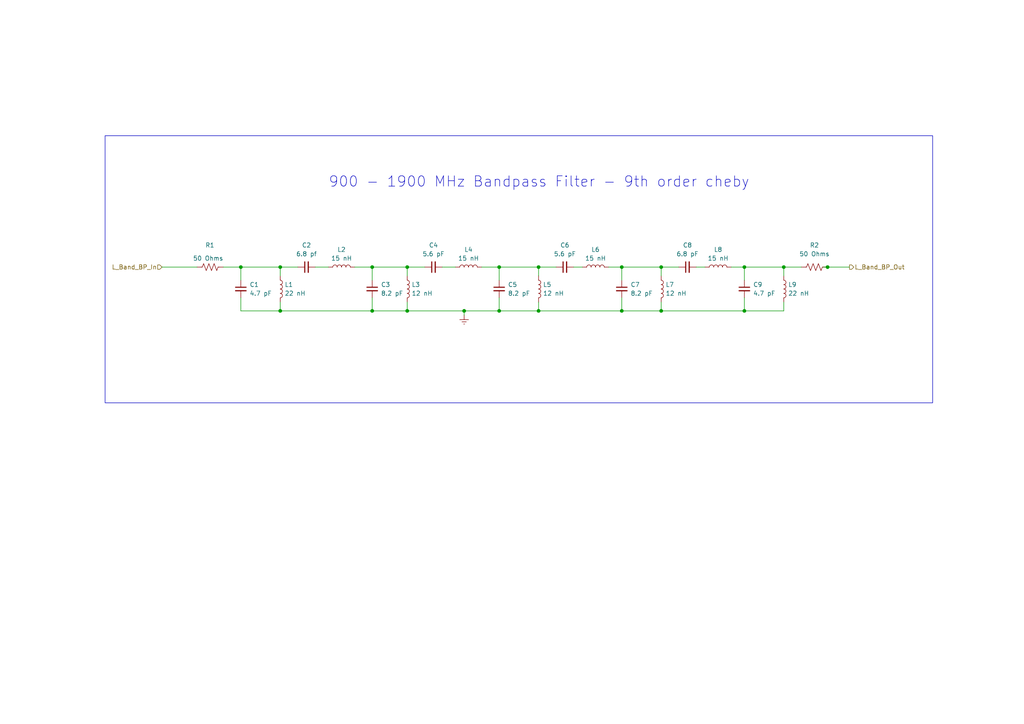
<source format=kicad_sch>
(kicad_sch (version 20230121) (generator eeschema)
  (paper "A4")
  (title_block (title "PLUTO RF Card Front-End") (rev " 001") (company "Steves Custom Computers"))
  (lib_symbols
    (symbol "Device:C_Small" (pin_numbers hide) (pin_names (offset 0.254) hide)
      (property "Reference" "C" (at 0.254 1.778 0))
      (property "Value" "C_Small" (at 0.254 -2.032 0))
      (symbol "C_Small_0_1"
        (polyline (pts (xy -1.524 -0.508) (xy 1.524 -0.508)) (stroke (width 0.3302)))
        (polyline (pts (xy -1.524 0.508) (xy 1.524 0.508)) (stroke (width 0.3048)))
      )
      (symbol "C_Small_1_1"
        (pin passive line (at 0 2.54 270) (length 2.032) (name "~") (number "1"))
        (pin passive line (at 0 -2.54 90) (length 2.032) (name "~") (number "2"))
      )
    )
    (symbol "Device:L" (pin_numbers hide) (pin_names (offset 1.016) hide)
      (property "Reference" "L" (at -1.27 0 90))
      (property "Value" "L" (at 1.905 0 90))
      (symbol "L_0_1"
        (arc (start 0 -2.54) (mid 0.6323 -1.905) (end 0 -1.27))
        (arc (start 0 -1.27) (mid 0.6323 -0.635) (end 0 0))
        (arc (start 0 0) (mid 0.6323 0.635) (end 0 1.27))
        (arc (start 0 1.27) (mid 0.6323 1.905) (end 0 2.54))
      )
      (symbol "L_1_1"
        (pin passive line (at 0 3.81 270) (length 1.27) (name "1") (number "1"))
        (pin passive line (at 0 -3.81 90) (length 1.27) (name "2") (number "2"))
      )
    )
    (symbol "Device:R_US" (pin_numbers hide) (pin_names (offset 0))
      (property "Reference" "R" (at 2.54 0 90))
      (property "Value" "R_US" (at -2.54 0 90))
      (symbol "R_US_0_1"
        (polyline (pts (xy 0 -2.286) (xy 0 -2.54)))
        (polyline (pts (xy 0 2.286) (xy 0 2.54)))
        (polyline (pts (xy 0 -0.762) (xy 1.016 -1.143) (xy 0 -1.524) (xy -1.016 -1.905) (xy 0 -2.286)))
        (polyline (pts (xy 0 0.762) (xy 1.016 0.381) (xy 0 0) (xy -1.016 -0.381) (xy 0 -0.762)))
        (polyline (pts (xy 0 2.286) (xy 1.016 1.905) (xy 0 1.524) (xy -1.016 1.143) (xy 0 0.762)))
      )
      (symbol "R_US_1_1"
        (pin passive line (at 0 3.81 270) (length 1.27) (name "~") (number "1"))
        (pin passive line (at 0 -3.81 90) (length 1.27) (name "~") (number "2"))
      )
    )
    (symbol "power:Earth" (power) (pin_names (offset 0))
      (symbol "Earth_0_1"
        (polyline (pts (xy -0.635 -1.905) (xy 0.635 -1.905)))
        (polyline (pts (xy -0.127 -2.54) (xy 0.127 -2.54)))
        (polyline (pts (xy 0 -1.27) (xy 0 0)))
        (polyline (pts (xy 1.27 -1.27) (xy -1.27 -1.27)))
      )
      (symbol "Earth_1_1"
        (pin power_in line (at 0 0 270) (length 0) hide (name "Earth") (number "1"))
      )
    )
  )
  (junction (at 107.95 90.17))
  (junction (at 69.85 77.47))
  (junction (at 144.78 77.47))
  (junction (at 215.9 77.47))
  (junction (at 227.33 77.47))
  (junction (at 81.28 90.17))
  (junction (at 118.11 90.17))
  (junction (at 180.34 77.47))
  (junction (at 118.11 77.47))
  (junction (at 215.9 90.17))
  (junction (at 81.28 77.47))
  (junction (at 156.21 77.47))
  (junction (at 134.62 90.17))
  (junction (at 191.77 77.47))
  (junction (at 191.77 90.17))
  (junction (at 156.21 90.17))
  (junction (at 144.78 90.17))
  (junction (at 107.95 77.47))
  (junction (at 240.03 77.47))
  (junction (at 180.34 90.17))
  (wire (pts (xy 69.85 77.47) (xy 81.28 77.47)))
  (wire (pts (xy 118.11 80.01) (xy 118.11 77.47)))
  (wire (pts (xy 134.62 90.17) (xy 118.11 90.17)))
  (wire (pts (xy 102.87 77.47) (xy 107.95 77.47)))
  (wire (pts (xy 107.95 86.36) (xy 107.95 90.17)))
  (wire (pts (xy 107.95 77.47) (xy 107.95 81.28)))
  (wire (pts (xy 191.77 87.63) (xy 191.77 90.17)))
  (wire (pts (xy 156.21 87.63) (xy 156.21 90.17)))
  (wire (pts (xy 204.47 77.47) (xy 201.93 77.47)))
  (wire (pts (xy 81.28 77.47) (xy 81.28 80.01)))
  (wire (pts (xy 180.34 77.47) (xy 191.77 77.47)))
  (wire (pts (xy 69.85 81.28) (xy 69.85 77.47)))
  (wire (pts (xy 215.9 81.28) (xy 215.9 77.47)))
  (wire (pts (xy 215.9 90.17) (xy 227.33 90.17)))
  (wire (pts (xy 215.9 86.36) (xy 215.9 90.17)))
  (wire (pts (xy 240.03 77.47) (xy 246.38 77.47)))
  (wire (pts (xy 215.9 77.47) (xy 227.33 77.47)))
  (wire (pts (xy 95.25 77.47) (xy 91.44 77.47)))
  (wire (pts (xy 46.99 77.47) (xy 57.15 77.47)))
  (wire (pts (xy 144.78 86.36) (xy 144.78 90.17)))
  (wire (pts (xy 118.11 77.47) (xy 123.19 77.47)))
  (wire (pts (xy 139.7 77.47) (xy 144.78 77.47)))
  (wire (pts (xy 212.09 77.47) (xy 215.9 77.47)))
  (wire (pts (xy 238.76 77.47) (xy 240.03 77.47)))
  (wire (pts (xy 107.95 77.47) (xy 118.11 77.47)))
  (wire (pts (xy 86.36 77.47) (xy 81.28 77.47)))
  (wire (pts (xy 176.53 77.47) (xy 180.34 77.47)))
  (wire (pts (xy 232.41 77.47) (xy 227.33 77.47)))
  (wire (pts (xy 227.33 90.17) (xy 227.33 87.63)))
  (wire (pts (xy 156.21 77.47) (xy 144.78 77.47)))
  (wire (pts (xy 144.78 90.17) (xy 134.62 90.17)))
  (wire (pts (xy 69.85 86.36) (xy 69.85 90.17)))
  (wire (pts (xy 64.77 77.47) (xy 69.85 77.47)))
  (wire (pts (xy 227.33 77.47) (xy 227.33 80.01)))
  (wire (pts (xy 156.21 80.01) (xy 156.21 77.47)))
  (wire (pts (xy 156.21 90.17) (xy 144.78 90.17)))
  (wire (pts (xy 180.34 86.36) (xy 180.34 90.17)))
  (wire (pts (xy 180.34 77.47) (xy 180.34 81.28)))
  (wire (pts (xy 134.62 90.17) (xy 134.62 91.44)))
  (wire (pts (xy 107.95 90.17) (xy 118.11 90.17)))
  (wire (pts (xy 81.28 90.17) (xy 81.28 87.63)))
  (wire (pts (xy 161.29 77.47) (xy 156.21 77.47)))
  (wire (pts (xy 107.95 90.17) (xy 81.28 90.17)))
  (wire (pts (xy 191.77 80.01) (xy 191.77 77.47)))
  (wire (pts (xy 215.9 90.17) (xy 191.77 90.17)))
  (wire (pts (xy 196.85 77.47) (xy 191.77 77.47)))
  (wire (pts (xy 132.08 77.47) (xy 128.27 77.47)))
  (wire (pts (xy 144.78 77.47) (xy 144.78 81.28)))
  (wire (pts (xy 118.11 87.63) (xy 118.11 90.17)))
  (wire (pts (xy 156.21 90.17) (xy 180.34 90.17)))
  (wire (pts (xy 180.34 90.17) (xy 191.77 90.17)))
  (wire (pts (xy 69.85 90.17) (xy 81.28 90.17)))
  (wire (pts (xy 168.91 77.47) (xy 166.37 77.47)))
  (rectangle (start 30.48 39.37) (end 270.51 116.84))
  (text "900 - 1900 MHz Bandpass Filter - 9th order cheby" (at 95.25 54.61 0) (effects (font (size 3 3)) (justify left bottom)))
  (hierarchical_label "L_Band_BP_In" (shape input) (at 46.99 77.47 180))
  (hierarchical_label "L_Band_BP_Out" (shape output) (at 246.38 77.47 0))
  (symbol (lib_id "Device:R_US") (at 60.96 77.47 90) (unit 1)
    (property "Reference" "R1" (at 62.23 71.12 90) (effects (justify left)))
    (property "Value" "50 Ohms" (at 64.77 74.93 90) (effects (justify left)))
    (property "Footprint" "Resistor_SMD:R_1206_3216Metric" (effects hide))
    (instances (project "UpDownConverter" (path "" (reference "R1") (unit 1)) (path "" (reference "R3") (unit 1)) (path "" (reference "R5") (unit 1)) (path "" (reference "R7") (unit 1))))
  )
  (symbol (lib_id "Device:C_Small") (at 180.34 83.82 0) (unit 1)
    (property "Reference" "C7" (at 182.88 82.5563 0) (effects (justify left)))
    (property "Value" "8.2 pF" (at 182.88 85.0963 0) (effects (justify left)))
    (property "Footprint" "Capacitor_SMD:C_1206_3216Metric" (effects hide))
    (instances (project "UpDownConverter" (path "" (reference "C7") (unit 1)) (path "" (reference "C7") (unit 1)) (path "" (reference "C16") (unit 1)) (path "" (reference "C25") (unit 1)) (path "" (reference "C34") (unit 1))))
  )
  (symbol (lib_id "Device:L") (at 135.89 77.47 90) (unit 1)
    (property "Reference" "L4" (at 135.89 72.39 90))
    (property "Value" "15 nH" (at 135.89 74.93 90))
    (property "Footprint" "Inductor_SMD:L_1206_3216Metric" (effects hide))
    (instances (project "UpDownConverter" (path "" (reference "L4") (unit 1)) (path "" (reference "L4") (unit 1)) (path "" (reference "L13") (unit 1)) (path "" (reference "L22") (unit 1)) (path "" (reference "L31") (unit 1))))
  )
  (symbol (lib_id "Device:C_Small") (at 144.78 83.82 0) (unit 1)
    (property "Reference" "C5" (at 147.32 82.5563 0) (effects (justify left)))
    (property "Value" "8.2 pF" (at 147.32 85.0963 0) (effects (justify left)))
    (property "Footprint" "Capacitor_SMD:C_1206_3216Metric" (effects hide))
    (instances (project "UpDownConverter" (path "" (reference "C5") (unit 1)) (path "" (reference "C5") (unit 1)) (path "" (reference "C14") (unit 1)) (path "" (reference "C23") (unit 1)) (path "" (reference "C32") (unit 1))))
  )
  (symbol (lib_id "Device:C_Small") (at 107.95 83.82 0) (unit 1)
    (property "Reference" "C3" (at 110.49 82.5563 0) (effects (justify left)))
    (property "Value" "8.2 pF" (at 110.49 85.0963 0) (effects (justify left)))
    (property "Footprint" "Capacitor_SMD:C_1206_3216Metric" (effects hide))
    (instances (project "UpDownConverter" (path "" (reference "C3") (unit 1)) (path "" (reference "C3") (unit 1)) (path "" (reference "C12") (unit 1)) (path "" (reference "C21") (unit 1)) (path "" (reference "C30") (unit 1))))
  )
  (symbol (lib_id "Device:R_US") (at 236.22 77.47 90) (unit 1)
    (property "Reference" "R2" (at 236.22 71.12 90))
    (property "Value" "50 Ohms" (at 236.22 73.66 90))
    (property "Footprint" "Resistor_SMD:R_1206_3216Metric" (effects hide))
    (instances (project "UpDownConverter" (path "" (reference "R2") (unit 1)) (path "" (reference "R4") (unit 1)) (path "" (reference "R6") (unit 1)) (path "" (reference "R8") (unit 1))))
  )
  (symbol (lib_id "Device:L") (at 118.11 83.82 0) (unit 1)
    (property "Reference" "L3" (at 119.38 82.55 0) (effects (justify left)))
    (property "Value" "12 nH" (at 119.38 85.09 0) (effects (justify left)))
    (property "Footprint" "Inductor_SMD:L_1206_3216Metric" (effects hide))
    (instances (project "UpDownConverter" (path "" (reference "L3") (unit 1)) (path "" (reference "L3") (unit 1)) (path "" (reference "L12") (unit 1)) (path "" (reference "L21") (unit 1)) (path "" (reference "L30") (unit 1))))
  )
  (symbol (lib_id "Device:C_Small") (at 88.9 77.47 90) (unit 1)
    (property "Reference" "C2" (at 88.9063 71.12 90))
    (property "Value" "6.8 pf" (at 88.9063 73.66 90))
    (property "Footprint" "Capacitor_SMD:C_1206_3216Metric" (effects hide))
    (instances (project "UpDownConverter" (path "" (reference "C2") (unit 1)) (path "" (reference "C2") (unit 1)) (path "" (reference "C11") (unit 1)) (path "" (reference "C20") (unit 1)) (path "" (reference "C29") (unit 1))))
  )
  (symbol (lib_id "Device:C_Small") (at 215.9 83.82 0) (unit 1)
    (property "Reference" "C9" (at 218.44 82.55 0) (effects (justify left)))
    (property "Value" "4.7 pF" (at 218.44 85.09 0) (effects (justify left)))
    (property "Footprint" "Capacitor_SMD:C_1206_3216Metric" (effects hide))
    (instances (project "UpDownConverter" (path "" (reference "C9") (unit 1)) (path "" (reference "C9") (unit 1)) (path "" (reference "C18") (unit 1)) (path "" (reference "C27") (unit 1)) (path "" (reference "C36") (unit 1))))
  )
  (symbol (lib_id "power:Earth") (at 134.62 91.44 0) (unit 1)
    (property "Reference" "#PWR08" (effects hide))
    (property "Value" "Earth" (effects hide))
    (instances (project "UpDownConverter" (path "" (reference "#PWR08") (unit 1)) (path "" (reference "#PWR011") (unit 1)) (path "" (reference "#PWR03") (unit 1)) (path "" (reference "#PWR017") (unit 1)) (path "" (reference "#PWR09") (unit 1))))
  )
  (symbol (lib_id "Device:L") (at 156.21 83.82 0) (unit 1)
    (property "Reference" "L5" (at 157.48 82.55 0) (effects (justify left)))
    (property "Value" "12 nH" (at 157.48 85.09 0) (effects (justify left)))
    (property "Footprint" "Inductor_SMD:L_1206_3216Metric" (effects hide))
    (instances (project "UpDownConverter" (path "" (reference "L5") (unit 1)) (path "" (reference "L5") (unit 1)) (path "" (reference "L14") (unit 1)) (path "" (reference "L23") (unit 1)) (path "" (reference "L32") (unit 1))))
  )
  (symbol (lib_id "Device:C_Small") (at 125.73 77.47 90) (unit 1)
    (property "Reference" "C4" (at 125.7363 71.12 90))
    (property "Value" "5.6 pF" (at 125.7363 73.66 90))
    (property "Footprint" "Capacitor_SMD:C_1206_3216Metric" (effects hide))
    (instances (project "UpDownConverter" (path "" (reference "C4") (unit 1)) (path "" (reference "C4") (unit 1)) (path "" (reference "C13") (unit 1)) (path "" (reference "C22") (unit 1)) (path "" (reference "C31") (unit 1))))
  )
  (symbol (lib_id "Device:L") (at 191.77 83.82 0) (unit 1)
    (property "Reference" "L7" (at 193.04 82.55 0) (effects (justify left)))
    (property "Value" "12 nH" (at 193.04 85.09 0) (effects (justify left)))
    (property "Footprint" "Inductor_SMD:L_1206_3216Metric" (effects hide))
    (instances (project "UpDownConverter" (path "" (reference "L7") (unit 1)) (path "" (reference "L7") (unit 1)) (path "" (reference "L16") (unit 1)) (path "" (reference "L25") (unit 1)) (path "" (reference "L34") (unit 1))))
  )
  (symbol (lib_id "Device:L") (at 227.33 83.82 0) (unit 1)
    (property "Reference" "L9" (at 228.6 82.55 0) (effects (justify left)))
    (property "Value" "22 nH" (at 228.6 85.09 0) (effects (justify left)))
    (property "Footprint" "Inductor_SMD:L_1206_3216Metric" (effects hide))
    (instances (project "UpDownConverter" (path "" (reference "L9") (unit 1)) (path "" (reference "L9") (unit 1)) (path "" (reference "L18") (unit 1)) (path "" (reference "L27") (unit 1)) (path "" (reference "L36") (unit 1))))
  )
  (symbol (lib_id "Device:L") (at 99.06 77.47 90) (unit 1)
    (property "Reference" "L2" (at 99.06 72.39 90))
    (property "Value" "15 nH" (at 99.06 74.93 90))
    (property "Footprint" "Inductor_SMD:L_1206_3216Metric" (effects hide))
    (instances (project "UpDownConverter" (path "" (reference "L2") (unit 1)) (path "" (reference "L2") (unit 1)) (path "" (reference "L11") (unit 1)) (path "" (reference "L20") (unit 1)) (path "" (reference "L29") (unit 1))))
  )
  (symbol (lib_id "Device:L") (at 81.28 83.82 0) (unit 1)
    (property "Reference" "L1" (at 82.55 82.55 0) (effects (justify left)))
    (property "Value" "22 nH" (at 82.55 85.09 0) (effects (justify left)))
    (property "Footprint" "Inductor_SMD:L_1206_3216Metric" (effects hide))
    (instances (project "UpDownConverter" (path "" (reference "L1") (unit 1)) (path "" (reference "L1") (unit 1)) (path "" (reference "L10") (unit 1)) (path "" (reference "L19") (unit 1)) (path "" (reference "L28") (unit 1))))
  )
  (symbol (lib_id "Device:C_Small") (at 69.85 83.82 0) (unit 1)
    (property "Reference" "C1" (at 72.39 82.5563 0) (effects (justify left)))
    (property "Value" "4.7 pF" (at 72.39 85.0963 0) (effects (justify left)))
    (property "Footprint" "Capacitor_SMD:C_1206_3216Metric" (effects hide))
    (instances (project "UpDownConverter" (path "" (reference "C1") (unit 1)) (path "" (reference "C1") (unit 1)) (path "" (reference "C10") (unit 1)) (path "" (reference "C19") (unit 1)) (path "" (reference "C28") (unit 1))))
  )
  (symbol (lib_id "Device:C_Small") (at 163.83 77.47 90) (unit 1)
    (property "Reference" "C6" (at 163.8363 71.12 90))
    (property "Value" "5.6 pF" (at 163.8363 73.66 90))
    (property "Footprint" "Capacitor_SMD:C_1206_3216Metric" (effects hide))
    (instances (project "UpDownConverter" (path "" (reference "C6") (unit 1)) (path "" (reference "C6") (unit 1)) (path "" (reference "C15") (unit 1)) (path "" (reference "C24") (unit 1)) (path "" (reference "C33") (unit 1))))
  )
  (symbol (lib_id "Device:L") (at 208.28 77.47 90) (unit 1)
    (property "Reference" "L8" (at 208.28 72.39 90))
    (property "Value" "15 nH" (at 208.28 74.93 90))
    (property "Footprint" "Inductor_SMD:L_1206_3216Metric" (effects hide))
    (instances (project "UpDownConverter" (path "" (reference "L8") (unit 1)) (path "" (reference "L8") (unit 1)) (path "" (reference "L17") (unit 1)) (path "" (reference "L26") (unit 1)) (path "" (reference "L35") (unit 1))))
  )
  (symbol (lib_id "Device:C_Small") (at 199.39 77.47 90) (unit 1)
    (property "Reference" "C8" (at 199.3963 71.12 90))
    (property "Value" "6.8 pF" (at 199.3963 73.66 90))
    (property "Footprint" "Capacitor_SMD:C_1206_3216Metric" (effects hide))
    (instances (project "UpDownConverter" (path "" (reference "C8") (unit 1)) (path "" (reference "C8") (unit 1)) (path "" (reference "C17") (unit 1)) (path "" (reference "C26") (unit 1)) (path "" (reference "C35") (unit 1))))
  )
  (symbol (lib_id "Device:L") (at 172.72 77.47 90) (unit 1)
    (property "Reference" "L6" (at 172.72 72.39 90))
    (property "Value" "15 nH" (at 172.72 74.93 90))
    (property "Footprint" "Inductor_SMD:L_1206_3216Metric" (effects hide))
    (instances (project "UpDownConverter" (path "" (reference "L6") (unit 1)) (path "" (reference "L6") (unit 1)) (path "" (reference "L15") (unit 1)) (path "" (reference "L24") (unit 1)) (path "" (reference "L33") (unit 1))))
  )
)
</source>
